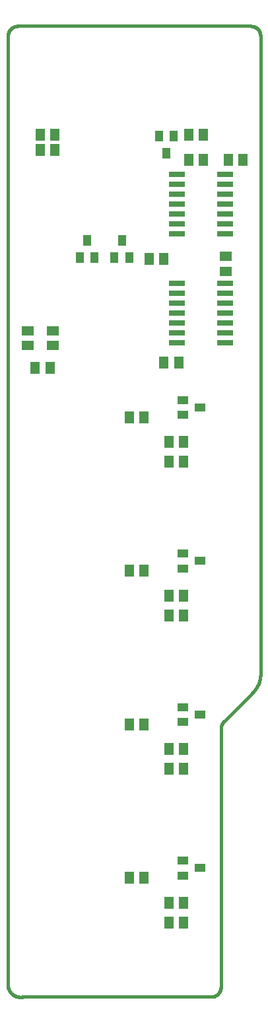
<source format=gtp>
G75*
%MOIN*%
%OFA0B0*%
%FSLAX25Y25*%
%IPPOS*%
%LPD*%
%AMOC8*
5,1,8,0,0,1.08239X$1,22.5*
%
%ADD10C,0.01600*%
%ADD11R,0.05118X0.06299*%
%ADD12R,0.06299X0.05118*%
%ADD13R,0.03937X0.05512*%
%ADD14R,0.08000X0.02600*%
%ADD15R,0.05118X0.05906*%
%ADD16R,0.05512X0.03937*%
%ADD17R,0.05906X0.05118*%
D10*
X0002988Y0006924D02*
X0002988Y0486924D01*
X0002990Y0487063D01*
X0002996Y0487202D01*
X0003006Y0487341D01*
X0003019Y0487479D01*
X0003037Y0487617D01*
X0003058Y0487755D01*
X0003083Y0487892D01*
X0003112Y0488028D01*
X0003145Y0488163D01*
X0003182Y0488297D01*
X0003222Y0488431D01*
X0003266Y0488563D01*
X0003314Y0488693D01*
X0003366Y0488822D01*
X0003421Y0488950D01*
X0003479Y0489076D01*
X0003541Y0489201D01*
X0003607Y0489324D01*
X0003676Y0489445D01*
X0003748Y0489563D01*
X0003824Y0489680D01*
X0003903Y0489795D01*
X0003985Y0489907D01*
X0004070Y0490017D01*
X0004159Y0490125D01*
X0004250Y0490230D01*
X0004344Y0490332D01*
X0004441Y0490432D01*
X0004541Y0490529D01*
X0004643Y0490623D01*
X0004748Y0490714D01*
X0004856Y0490803D01*
X0004966Y0490888D01*
X0005078Y0490970D01*
X0005193Y0491049D01*
X0005310Y0491125D01*
X0005428Y0491197D01*
X0005549Y0491266D01*
X0005672Y0491332D01*
X0005797Y0491394D01*
X0005923Y0491452D01*
X0006051Y0491507D01*
X0006180Y0491559D01*
X0006310Y0491607D01*
X0006442Y0491651D01*
X0006576Y0491691D01*
X0006710Y0491728D01*
X0006845Y0491761D01*
X0006981Y0491790D01*
X0007118Y0491815D01*
X0007256Y0491836D01*
X0007394Y0491854D01*
X0007532Y0491867D01*
X0007671Y0491877D01*
X0007810Y0491883D01*
X0007949Y0491885D01*
X0007949Y0491884D02*
X0125488Y0491884D01*
X0125628Y0491882D01*
X0125768Y0491876D01*
X0125908Y0491866D01*
X0126048Y0491853D01*
X0126187Y0491835D01*
X0126326Y0491813D01*
X0126463Y0491788D01*
X0126601Y0491759D01*
X0126737Y0491726D01*
X0126872Y0491689D01*
X0127006Y0491648D01*
X0127139Y0491603D01*
X0127271Y0491555D01*
X0127401Y0491503D01*
X0127530Y0491448D01*
X0127657Y0491389D01*
X0127783Y0491326D01*
X0127907Y0491260D01*
X0128028Y0491191D01*
X0128148Y0491118D01*
X0128266Y0491041D01*
X0128381Y0490962D01*
X0128495Y0490879D01*
X0128605Y0490793D01*
X0128714Y0490704D01*
X0128820Y0490612D01*
X0128923Y0490517D01*
X0129024Y0490420D01*
X0129121Y0490319D01*
X0129216Y0490216D01*
X0129308Y0490110D01*
X0129397Y0490001D01*
X0129483Y0489891D01*
X0129566Y0489777D01*
X0129645Y0489662D01*
X0129722Y0489544D01*
X0129795Y0489424D01*
X0129864Y0489303D01*
X0129930Y0489179D01*
X0129993Y0489053D01*
X0130052Y0488926D01*
X0130107Y0488797D01*
X0130159Y0488667D01*
X0130207Y0488535D01*
X0130252Y0488402D01*
X0130293Y0488268D01*
X0130330Y0488133D01*
X0130363Y0487997D01*
X0130392Y0487859D01*
X0130417Y0487722D01*
X0130439Y0487583D01*
X0130457Y0487444D01*
X0130470Y0487304D01*
X0130480Y0487164D01*
X0130486Y0487024D01*
X0130488Y0486884D01*
X0130488Y0164424D01*
X0126221Y0155156D02*
X0112256Y0141192D01*
X0110488Y0136924D02*
X0110488Y0006924D01*
X0110486Y0006784D01*
X0110480Y0006644D01*
X0110470Y0006504D01*
X0110457Y0006364D01*
X0110439Y0006225D01*
X0110417Y0006086D01*
X0110392Y0005949D01*
X0110363Y0005811D01*
X0110330Y0005675D01*
X0110293Y0005540D01*
X0110252Y0005406D01*
X0110207Y0005273D01*
X0110159Y0005141D01*
X0110107Y0005011D01*
X0110052Y0004882D01*
X0109993Y0004755D01*
X0109930Y0004629D01*
X0109864Y0004505D01*
X0109795Y0004384D01*
X0109722Y0004264D01*
X0109645Y0004146D01*
X0109566Y0004031D01*
X0109483Y0003917D01*
X0109397Y0003807D01*
X0109308Y0003698D01*
X0109216Y0003592D01*
X0109121Y0003489D01*
X0109024Y0003388D01*
X0108923Y0003291D01*
X0108820Y0003196D01*
X0108714Y0003104D01*
X0108605Y0003015D01*
X0108495Y0002929D01*
X0108381Y0002846D01*
X0108266Y0002767D01*
X0108148Y0002690D01*
X0108028Y0002617D01*
X0107907Y0002548D01*
X0107783Y0002482D01*
X0107657Y0002419D01*
X0107530Y0002360D01*
X0107401Y0002305D01*
X0107271Y0002253D01*
X0107139Y0002205D01*
X0107006Y0002160D01*
X0106872Y0002119D01*
X0106737Y0002082D01*
X0106601Y0002049D01*
X0106463Y0002020D01*
X0106326Y0001995D01*
X0106187Y0001973D01*
X0106048Y0001955D01*
X0105908Y0001942D01*
X0105768Y0001932D01*
X0105628Y0001926D01*
X0105488Y0001924D01*
X0010488Y0001924D01*
X0010332Y0001895D01*
X0010175Y0001869D01*
X0010017Y0001848D01*
X0009860Y0001830D01*
X0009701Y0001817D01*
X0009543Y0001807D01*
X0009384Y0001802D01*
X0009225Y0001800D01*
X0009066Y0001802D01*
X0008907Y0001809D01*
X0008749Y0001819D01*
X0008590Y0001833D01*
X0008432Y0001851D01*
X0008275Y0001873D01*
X0008118Y0001899D01*
X0007962Y0001929D01*
X0007807Y0001963D01*
X0007652Y0002000D01*
X0007499Y0002042D01*
X0007347Y0002087D01*
X0007195Y0002136D01*
X0007046Y0002189D01*
X0006897Y0002245D01*
X0006750Y0002306D01*
X0006604Y0002370D01*
X0006461Y0002437D01*
X0006318Y0002508D01*
X0006178Y0002583D01*
X0006040Y0002661D01*
X0005903Y0002742D01*
X0005769Y0002827D01*
X0005637Y0002915D01*
X0005507Y0003006D01*
X0005379Y0003101D01*
X0005254Y0003199D01*
X0005131Y0003300D01*
X0005011Y0003404D01*
X0004893Y0003511D01*
X0004778Y0003620D01*
X0004666Y0003733D01*
X0004557Y0003848D01*
X0004450Y0003966D01*
X0004347Y0004087D01*
X0004246Y0004210D01*
X0004149Y0004336D01*
X0004055Y0004464D01*
X0003964Y0004594D01*
X0003877Y0004727D01*
X0003792Y0004862D01*
X0003711Y0004998D01*
X0003634Y0005137D01*
X0003560Y0005278D01*
X0003490Y0005420D01*
X0003423Y0005564D01*
X0003359Y0005710D01*
X0003300Y0005858D01*
X0003244Y0006006D01*
X0003192Y0006156D01*
X0003143Y0006308D01*
X0003099Y0006460D01*
X0003058Y0006614D01*
X0003021Y0006769D01*
X0002988Y0006924D01*
X0110488Y0136924D02*
X0110490Y0137077D01*
X0110496Y0137230D01*
X0110505Y0137382D01*
X0110519Y0137535D01*
X0110536Y0137687D01*
X0110558Y0137838D01*
X0110583Y0137989D01*
X0110612Y0138139D01*
X0110644Y0138288D01*
X0110681Y0138437D01*
X0110721Y0138584D01*
X0110765Y0138731D01*
X0110812Y0138876D01*
X0110864Y0139020D01*
X0110919Y0139163D01*
X0110977Y0139304D01*
X0111039Y0139444D01*
X0111105Y0139582D01*
X0111174Y0139719D01*
X0111246Y0139853D01*
X0111322Y0139986D01*
X0111402Y0140117D01*
X0111484Y0140246D01*
X0111570Y0140372D01*
X0111659Y0140497D01*
X0111751Y0140619D01*
X0111846Y0140738D01*
X0111944Y0140856D01*
X0112045Y0140970D01*
X0112149Y0141083D01*
X0112256Y0141192D01*
X0126220Y0155157D02*
X0126451Y0155375D01*
X0126676Y0155598D01*
X0126895Y0155827D01*
X0127109Y0156061D01*
X0127318Y0156301D01*
X0127521Y0156545D01*
X0127718Y0156793D01*
X0127909Y0157047D01*
X0128093Y0157305D01*
X0128272Y0157567D01*
X0128444Y0157833D01*
X0128610Y0158104D01*
X0128770Y0158378D01*
X0128923Y0158656D01*
X0129069Y0158937D01*
X0129209Y0159222D01*
X0129341Y0159510D01*
X0129467Y0159802D01*
X0129586Y0160096D01*
X0129698Y0160393D01*
X0129802Y0160692D01*
X0129900Y0160994D01*
X0129990Y0161298D01*
X0130073Y0161605D01*
X0130149Y0161913D01*
X0130218Y0162222D01*
X0130279Y0162534D01*
X0130332Y0162846D01*
X0130378Y0163160D01*
X0130417Y0163475D01*
X0130448Y0163791D01*
X0130472Y0164107D01*
X0130488Y0164424D01*
D11*
X0091728Y0194424D03*
X0091728Y0204424D03*
X0084248Y0204424D03*
X0084248Y0194424D03*
X0071728Y0216924D03*
X0064248Y0216924D03*
X0084248Y0271924D03*
X0084248Y0281924D03*
X0091728Y0281924D03*
X0091728Y0271924D03*
X0089228Y0321924D03*
X0081748Y0321924D03*
X0071728Y0294424D03*
X0064248Y0294424D03*
X0074248Y0374424D03*
X0081728Y0374424D03*
X0094248Y0424424D03*
X0094248Y0436924D03*
X0101728Y0436924D03*
X0101728Y0424424D03*
X0026728Y0436924D03*
X0019248Y0436924D03*
X0016748Y0319424D03*
X0024228Y0319424D03*
X0064248Y0139424D03*
X0071728Y0139424D03*
X0084248Y0126924D03*
X0084248Y0116924D03*
X0091728Y0116924D03*
X0091728Y0126924D03*
X0071728Y0061924D03*
X0064248Y0061924D03*
X0084248Y0049424D03*
X0084248Y0039424D03*
X0091728Y0039424D03*
X0091728Y0049424D03*
D12*
X0025488Y0330684D03*
X0025488Y0338164D03*
X0012988Y0338164D03*
X0012988Y0330684D03*
D13*
X0039248Y0375093D03*
X0042988Y0383754D03*
X0046728Y0375093D03*
X0056748Y0375093D03*
X0060488Y0383754D03*
X0064228Y0375093D03*
X0082988Y0427593D03*
X0079248Y0436254D03*
X0086728Y0436254D03*
D14*
X0088388Y0416924D03*
X0088388Y0411924D03*
X0088388Y0406924D03*
X0088388Y0401924D03*
X0088388Y0396924D03*
X0088388Y0391924D03*
X0088388Y0386924D03*
X0088388Y0361924D03*
X0088388Y0356924D03*
X0088388Y0351924D03*
X0088388Y0346924D03*
X0088388Y0341924D03*
X0088388Y0336924D03*
X0088388Y0331924D03*
X0112588Y0331924D03*
X0112588Y0336924D03*
X0112588Y0341924D03*
X0112588Y0346924D03*
X0112588Y0351924D03*
X0112588Y0356924D03*
X0112588Y0361924D03*
X0112588Y0386924D03*
X0112588Y0391924D03*
X0112588Y0396924D03*
X0112588Y0401924D03*
X0112588Y0406924D03*
X0112588Y0411924D03*
X0112588Y0416924D03*
D15*
X0114248Y0424424D03*
X0121728Y0424424D03*
X0026728Y0429424D03*
X0019248Y0429424D03*
D16*
X0091158Y0303164D03*
X0091158Y0295684D03*
X0099819Y0299424D03*
X0091158Y0225664D03*
X0091158Y0218184D03*
X0099819Y0221924D03*
X0091158Y0148164D03*
X0091158Y0140684D03*
X0099819Y0144424D03*
X0091158Y0070664D03*
X0091158Y0063184D03*
X0099819Y0066924D03*
D17*
X0112988Y0368184D03*
X0112988Y0375664D03*
M02*

</source>
